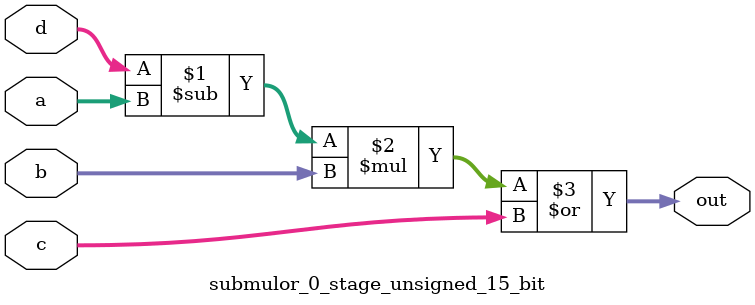
<source format=sv>
(* use_dsp = "yes" *) module submulor_0_stage_unsigned_15_bit(
	input  [14:0] a,
	input  [14:0] b,
	input  [14:0] c,
	input  [14:0] d,
	output [14:0] out
	);

	assign out = ((d - a) * b) | c;
endmodule

</source>
